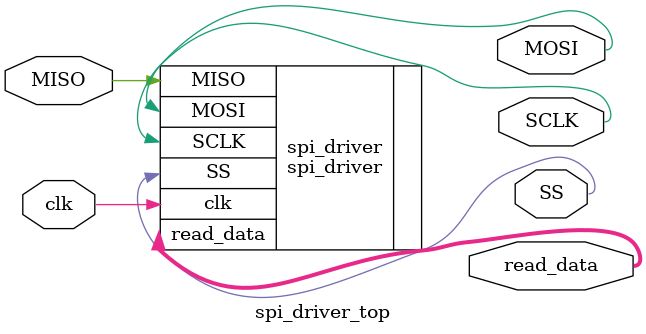
<source format=sv>
module spi_driver_top(
    input   logic   clk,
    output  logic   SCLK,
    output  logic   MOSI,
    input   logic   MISO,
    output  logic   SS,
    output  logic   [7:0] read_data
);

    spi_driver spi_driver(
        .clk        (clk        ),
        .SCLK       (SCLK       ),
        .MOSI       (MOSI       ),
        .MISO       (MISO       ),
        .SS         (SS         ),
        .read_data  (read_data  )
    );

endmodule

</source>
